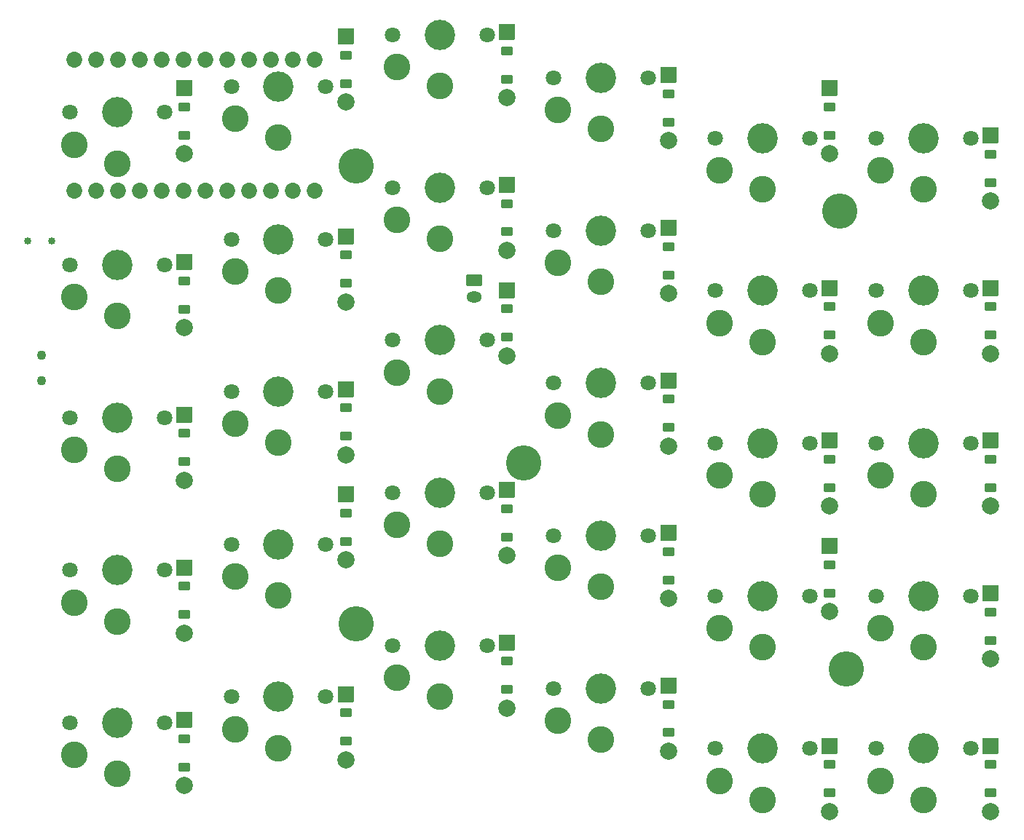
<source format=gbr>
%TF.GenerationSoftware,KiCad,Pcbnew,7.0.8*%
%TF.CreationDate,2024-07-17T12:43:32-03:00*%
%TF.ProjectId,right,72696768-742e-46b6-9963-61645f706362,v1.0.0*%
%TF.SameCoordinates,Original*%
%TF.FileFunction,Soldermask,Top*%
%TF.FilePolarity,Negative*%
%FSLAX46Y46*%
G04 Gerber Fmt 4.6, Leading zero omitted, Abs format (unit mm)*
G04 Created by KiCad (PCBNEW 7.0.8) date 2024-07-17 12:43:32*
%MOMM*%
%LPD*%
G01*
G04 APERTURE LIST*
G04 Aperture macros list*
%AMRoundRect*
0 Rectangle with rounded corners*
0 $1 Rounding radius*
0 $2 $3 $4 $5 $6 $7 $8 $9 X,Y pos of 4 corners*
0 Add a 4 corners polygon primitive as box body*
4,1,4,$2,$3,$4,$5,$6,$7,$8,$9,$2,$3,0*
0 Add four circle primitives for the rounded corners*
1,1,$1+$1,$2,$3*
1,1,$1+$1,$4,$5*
1,1,$1+$1,$6,$7*
1,1,$1+$1,$8,$9*
0 Add four rect primitives between the rounded corners*
20,1,$1+$1,$2,$3,$4,$5,0*
20,1,$1+$1,$4,$5,$6,$7,0*
20,1,$1+$1,$6,$7,$8,$9,0*
20,1,$1+$1,$8,$9,$2,$3,0*%
G04 Aperture macros list end*
%ADD10C,1.100000*%
%ADD11RoundRect,0.050000X-0.889000X0.889000X-0.889000X-0.889000X0.889000X-0.889000X0.889000X0.889000X0*%
%ADD12RoundRect,0.050000X-0.600000X0.450000X-0.600000X-0.450000X0.600000X-0.450000X0.600000X0.450000X0*%
%ADD13C,2.005000*%
%ADD14C,1.801800*%
%ADD15C,3.100000*%
%ADD16C,3.529000*%
%ADD17C,4.100000*%
%ADD18C,0.850000*%
%ADD19C,1.852600*%
%ADD20RoundRect,0.050000X-0.850000X0.600000X-0.850000X-0.600000X0.850000X-0.600000X0.850000X0.600000X0*%
%ADD21O,1.800000X1.300000*%
G04 APERTURE END LIST*
D10*
%TO.C,T1*%
X244950000Y-107250000D03*
X244950000Y-104250000D03*
%TD*%
D11*
%TO.C,D9*%
X317800000Y-142690000D03*
D12*
X317800000Y-144850000D03*
X317800000Y-148150000D03*
D13*
X317800000Y-150310000D03*
%TD*%
D14*
%TO.C,S9*%
X334250000Y-96750000D03*
D15*
X328750000Y-102700000D03*
D16*
X328750000Y-96750000D03*
D15*
X323750000Y-100500000D03*
D14*
X323250000Y-96750000D03*
%TD*%
D11*
%TO.C,D4*%
X355300000Y-96440000D03*
D12*
X355300000Y-98600000D03*
X355300000Y-101900000D03*
D13*
X355300000Y-104060000D03*
%TD*%
D14*
%TO.C,S6*%
X334250000Y-150000000D03*
D15*
X328750000Y-155950000D03*
D16*
X328750000Y-150000000D03*
D15*
X323750000Y-153750000D03*
D14*
X323250000Y-150000000D03*
%TD*%
D11*
%TO.C,D20*%
X280300000Y-90440000D03*
D12*
X280300000Y-92600000D03*
X280300000Y-95900000D03*
D13*
X280300000Y-98060000D03*
%TD*%
D14*
%TO.C,S13*%
X315500000Y-107500000D03*
D15*
X310000000Y-113450000D03*
D16*
X310000000Y-107500000D03*
D15*
X305000000Y-111250000D03*
D14*
X304500000Y-107500000D03*
%TD*%
D17*
%TO.C,*%
X281500000Y-135500000D03*
%TD*%
D14*
%TO.C,S29*%
X259250000Y-93750000D03*
D15*
X253750000Y-99700000D03*
D16*
X253750000Y-93750000D03*
D15*
X248750000Y-97500000D03*
D14*
X248250000Y-93750000D03*
%TD*%
%TO.C,S17*%
X296750000Y-120250000D03*
D15*
X291250000Y-126200000D03*
D16*
X291250000Y-120250000D03*
D15*
X286250000Y-124000000D03*
D14*
X285750000Y-120250000D03*
%TD*%
D11*
%TO.C,D5*%
X355300000Y-78690000D03*
D12*
X355300000Y-80850000D03*
X355300000Y-84150000D03*
D13*
X355300000Y-86310000D03*
%TD*%
D11*
%TO.C,D13*%
X317800000Y-71690000D03*
D12*
X317800000Y-73850000D03*
X317800000Y-77150000D03*
D13*
X317800000Y-79310000D03*
%TD*%
D11*
%TO.C,D15*%
X299050000Y-119940000D03*
D12*
X299050000Y-122100000D03*
X299050000Y-125400000D03*
D13*
X299050000Y-127560000D03*
%TD*%
D11*
%TO.C,D6*%
X336550000Y-149690000D03*
D12*
X336550000Y-151850000D03*
X336550000Y-155150000D03*
D13*
X336550000Y-157310000D03*
%TD*%
D17*
%TO.C,*%
X301000000Y-116750000D03*
%TD*%
D11*
%TO.C,D16*%
X299050000Y-84440000D03*
D12*
X299050000Y-86600000D03*
X299050000Y-89900000D03*
D13*
X299050000Y-92060000D03*
%TD*%
D11*
%TO.C,D14*%
X299050000Y-137690000D03*
D12*
X299050000Y-139850000D03*
X299050000Y-143150000D03*
D13*
X299050000Y-145310000D03*
%TD*%
D14*
%TO.C,S15*%
X315500000Y-72000000D03*
D15*
X310000000Y-77950000D03*
D16*
X310000000Y-72000000D03*
D15*
X305000000Y-75750000D03*
D14*
X304500000Y-72000000D03*
%TD*%
D11*
%TO.C,D25*%
X336550000Y-126440000D03*
D12*
X336550000Y-128600000D03*
X336550000Y-131900000D03*
D13*
X336550000Y-134060000D03*
%TD*%
D11*
%TO.C,D17*%
X299050000Y-66690000D03*
D12*
X299050000Y-68850000D03*
X299050000Y-72150000D03*
D13*
X299050000Y-74310000D03*
%TD*%
D11*
%TO.C,D1*%
X355300000Y-149690000D03*
D12*
X355300000Y-151850000D03*
X355300000Y-155150000D03*
D13*
X355300000Y-157310000D03*
%TD*%
D14*
%TO.C,S3*%
X353000000Y-114500000D03*
D15*
X347500000Y-120450000D03*
D16*
X347500000Y-114500000D03*
D15*
X342500000Y-118250000D03*
D14*
X342000000Y-114500000D03*
%TD*%
D11*
%TO.C,D18*%
X280300000Y-143690000D03*
D12*
X280300000Y-145850000D03*
X280300000Y-149150000D03*
D13*
X280300000Y-151310000D03*
%TD*%
D11*
%TO.C,D3*%
X355300000Y-114190000D03*
D12*
X355300000Y-116350000D03*
X355300000Y-119650000D03*
D13*
X355300000Y-121810000D03*
%TD*%
D14*
%TO.C,S12*%
X315500000Y-125250000D03*
D15*
X310000000Y-131200000D03*
D16*
X310000000Y-125250000D03*
D15*
X305000000Y-129000000D03*
D14*
X304500000Y-125250000D03*
%TD*%
D11*
%TO.C,D23*%
X261550000Y-111190000D03*
D12*
X261550000Y-113350000D03*
X261550000Y-116650000D03*
D13*
X261550000Y-118810000D03*
%TD*%
D14*
%TO.C,S2*%
X353000000Y-132250000D03*
D15*
X347500000Y-138200000D03*
D16*
X347500000Y-132250000D03*
D15*
X342500000Y-136000000D03*
D14*
X342000000Y-132250000D03*
%TD*%
%TO.C,S11*%
X315500000Y-143000000D03*
D15*
X310000000Y-148950000D03*
D16*
X310000000Y-143000000D03*
D15*
X305000000Y-146750000D03*
D14*
X304500000Y-143000000D03*
%TD*%
%TO.C,S5*%
X353000000Y-79000000D03*
D15*
X347500000Y-84950000D03*
D16*
X347500000Y-79000000D03*
D15*
X342500000Y-82750000D03*
D14*
X342000000Y-79000000D03*
%TD*%
%TO.C,S18*%
X296750000Y-102500000D03*
D15*
X291250000Y-108450000D03*
D16*
X291250000Y-102500000D03*
D15*
X286250000Y-106250000D03*
D14*
X285750000Y-102500000D03*
%TD*%
%TO.C,S14*%
X315500000Y-89750000D03*
D15*
X310000000Y-95700000D03*
D16*
X310000000Y-89750000D03*
D15*
X305000000Y-93500000D03*
D14*
X304500000Y-89750000D03*
%TD*%
D18*
%TO.C,B1*%
X243375000Y-90950000D03*
X246125000Y-90950000D03*
%TD*%
D11*
%TO.C,D11*%
X317800000Y-107190000D03*
D12*
X317800000Y-109350000D03*
X317800000Y-112650000D03*
D13*
X317800000Y-114810000D03*
%TD*%
D11*
%TO.C,D21*%
X261550000Y-146690000D03*
D12*
X261550000Y-148850000D03*
X261550000Y-152150000D03*
D13*
X261550000Y-154310000D03*
%TD*%
D14*
%TO.C,S27*%
X259250000Y-129250000D03*
D15*
X253750000Y-135200000D03*
D16*
X253750000Y-129250000D03*
D15*
X248750000Y-133000000D03*
D14*
X248250000Y-129250000D03*
%TD*%
D17*
%TO.C,*%
X281500000Y-82250000D03*
%TD*%
D14*
%TO.C,S19*%
X296750000Y-84750000D03*
D15*
X291250000Y-90700000D03*
D16*
X291250000Y-84750000D03*
D15*
X286250000Y-88500000D03*
D14*
X285750000Y-84750000D03*
%TD*%
%TO.C,S23*%
X278000000Y-108500000D03*
D15*
X272500000Y-114450000D03*
D16*
X272500000Y-108500000D03*
D15*
X267500000Y-112250000D03*
D14*
X267000000Y-108500000D03*
%TD*%
D11*
%TO.C,D12*%
X317800000Y-89440000D03*
D12*
X317800000Y-91600000D03*
X317800000Y-94900000D03*
D13*
X317800000Y-97060000D03*
%TD*%
D11*
%TO.C,D29*%
X280300000Y-67190000D03*
D12*
X280300000Y-69350000D03*
X280300000Y-72650000D03*
D13*
X280300000Y-74810000D03*
%TD*%
D19*
%TO.C,MCU1*%
X248780000Y-85120000D03*
X251320000Y-85120000D03*
X253860000Y-85120000D03*
X256400000Y-85120000D03*
X258940000Y-85120000D03*
X261480000Y-85120000D03*
X264020000Y-85120000D03*
X266560000Y-85120000D03*
X269100000Y-85120000D03*
X271640000Y-85120000D03*
X274180000Y-85120000D03*
X276720000Y-85120000D03*
X276720000Y-69880000D03*
X274180000Y-69880000D03*
X271640000Y-69880000D03*
X269100000Y-69880000D03*
X266560000Y-69880000D03*
X264020000Y-69880000D03*
X261480000Y-69880000D03*
X258940000Y-69880000D03*
X256400000Y-69880000D03*
X253860000Y-69880000D03*
X251320000Y-69880000D03*
X248780000Y-69880000D03*
%TD*%
D14*
%TO.C,S8*%
X334250000Y-114500000D03*
D15*
X328750000Y-120450000D03*
D16*
X328750000Y-114500000D03*
D15*
X323750000Y-118250000D03*
D14*
X323250000Y-114500000D03*
%TD*%
D11*
%TO.C,D24*%
X261550000Y-93440000D03*
D12*
X261550000Y-95600000D03*
X261550000Y-98900000D03*
D13*
X261550000Y-101060000D03*
%TD*%
D17*
%TO.C,*%
X337750000Y-87500000D03*
%TD*%
D11*
%TO.C,D19*%
X280300000Y-108190000D03*
D12*
X280300000Y-110350000D03*
X280300000Y-113650000D03*
D13*
X280300000Y-115810000D03*
%TD*%
D14*
%TO.C,S26*%
X259250000Y-147000000D03*
D15*
X253750000Y-152950000D03*
D16*
X253750000Y-147000000D03*
D15*
X248750000Y-150750000D03*
D14*
X248250000Y-147000000D03*
%TD*%
D11*
%TO.C,D28*%
X280300000Y-120440000D03*
D12*
X280300000Y-122600000D03*
X280300000Y-125900000D03*
D13*
X280300000Y-128060000D03*
%TD*%
D14*
%TO.C,S22*%
X278000000Y-126250000D03*
D15*
X272500000Y-132200000D03*
D16*
X272500000Y-126250000D03*
D15*
X267500000Y-130000000D03*
D14*
X267000000Y-126250000D03*
%TD*%
%TO.C,S20*%
X296750000Y-67000000D03*
D15*
X291250000Y-72950000D03*
D16*
X291250000Y-67000000D03*
D15*
X286250000Y-70750000D03*
D14*
X285750000Y-67000000D03*
%TD*%
%TO.C,S1*%
X353000000Y-150000000D03*
D15*
X347500000Y-155950000D03*
D16*
X347500000Y-150000000D03*
D15*
X342500000Y-153750000D03*
D14*
X342000000Y-150000000D03*
%TD*%
D11*
%TO.C,D22*%
X261550000Y-128940000D03*
D12*
X261550000Y-131100000D03*
X261550000Y-134400000D03*
D13*
X261550000Y-136560000D03*
%TD*%
D20*
%TO.C,JST1*%
X295250000Y-95500000D03*
D21*
X295250000Y-97500000D03*
%TD*%
D11*
%TO.C,D27*%
X299050000Y-96690000D03*
D12*
X299050000Y-98850000D03*
X299050000Y-102150000D03*
D13*
X299050000Y-104310000D03*
%TD*%
D11*
%TO.C,D8*%
X336550000Y-96440000D03*
D12*
X336550000Y-98600000D03*
X336550000Y-101900000D03*
D13*
X336550000Y-104060000D03*
%TD*%
D14*
%TO.C,S7*%
X334250000Y-132250000D03*
D15*
X328750000Y-138200000D03*
D16*
X328750000Y-132250000D03*
D15*
X323750000Y-136000000D03*
D14*
X323250000Y-132250000D03*
%TD*%
D17*
%TO.C,*%
X338500000Y-140750000D03*
%TD*%
D11*
%TO.C,D30*%
X261550000Y-73190000D03*
D12*
X261550000Y-75350000D03*
X261550000Y-78650000D03*
D13*
X261550000Y-80810000D03*
%TD*%
D11*
%TO.C,D7*%
X336550000Y-114190000D03*
D12*
X336550000Y-116350000D03*
X336550000Y-119650000D03*
D13*
X336550000Y-121810000D03*
%TD*%
D14*
%TO.C,S28*%
X259250000Y-111500000D03*
D15*
X253750000Y-117450000D03*
D16*
X253750000Y-111500000D03*
D15*
X248750000Y-115250000D03*
D14*
X248250000Y-111500000D03*
%TD*%
D11*
%TO.C,D10*%
X317800000Y-124940000D03*
D12*
X317800000Y-127100000D03*
X317800000Y-130400000D03*
D13*
X317800000Y-132560000D03*
%TD*%
D14*
%TO.C,S4*%
X353000000Y-96750000D03*
D15*
X347500000Y-102700000D03*
D16*
X347500000Y-96750000D03*
D15*
X342500000Y-100500000D03*
D14*
X342000000Y-96750000D03*
%TD*%
%TO.C,S10*%
X334250000Y-79000000D03*
D15*
X328750000Y-84950000D03*
D16*
X328750000Y-79000000D03*
D15*
X323750000Y-82750000D03*
D14*
X323250000Y-79000000D03*
%TD*%
D11*
%TO.C,D26*%
X336550000Y-73190000D03*
D12*
X336550000Y-75350000D03*
X336550000Y-78650000D03*
D13*
X336550000Y-80810000D03*
%TD*%
D14*
%TO.C,S30*%
X259250000Y-76000000D03*
D15*
X253750000Y-81950000D03*
D16*
X253750000Y-76000000D03*
D15*
X248750000Y-79750000D03*
D14*
X248250000Y-76000000D03*
%TD*%
%TO.C,S16*%
X296750000Y-138000000D03*
D15*
X291250000Y-143950000D03*
D16*
X291250000Y-138000000D03*
D15*
X286250000Y-141750000D03*
D14*
X285750000Y-138000000D03*
%TD*%
D11*
%TO.C,D2*%
X355300000Y-131940000D03*
D12*
X355300000Y-134100000D03*
X355300000Y-137400000D03*
D13*
X355300000Y-139560000D03*
%TD*%
D14*
%TO.C,S24*%
X278000000Y-90750000D03*
D15*
X272500000Y-96700000D03*
D16*
X272500000Y-90750000D03*
D15*
X267500000Y-94500000D03*
D14*
X267000000Y-90750000D03*
%TD*%
%TO.C,S25*%
X278000000Y-73000000D03*
D15*
X272500000Y-78950000D03*
D16*
X272500000Y-73000000D03*
D15*
X267500000Y-76750000D03*
D14*
X267000000Y-73000000D03*
%TD*%
%TO.C,S21*%
X278000000Y-144000000D03*
D15*
X272500000Y-149950000D03*
D16*
X272500000Y-144000000D03*
D15*
X267500000Y-147750000D03*
D14*
X267000000Y-144000000D03*
%TD*%
M02*

</source>
